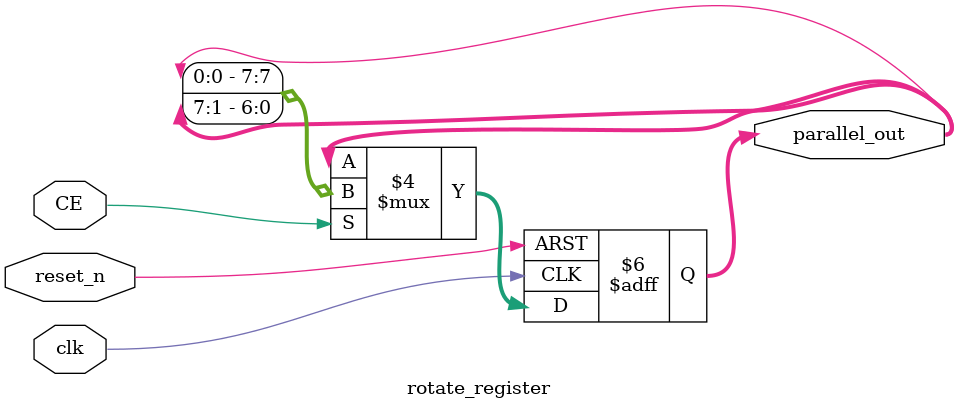
<source format=sv>
module rotate_register#(parameter DATA_WIDTH = 8)(
    input clk,
    input CE,
    input reset_n,
    output reg [DATA_WIDTH-1:0] parallel_out
);

always @(posedge clk or negedge reset_n) begin
    if(!reset_n) begin
        parallel_out <= 8'b0111_1111;
    end else if (CE) begin
        parallel_out <= {parallel_out[0], parallel_out[7:1]};
    end else parallel_out <= parallel_out; // is it necessery?
end

endmodule
</source>
